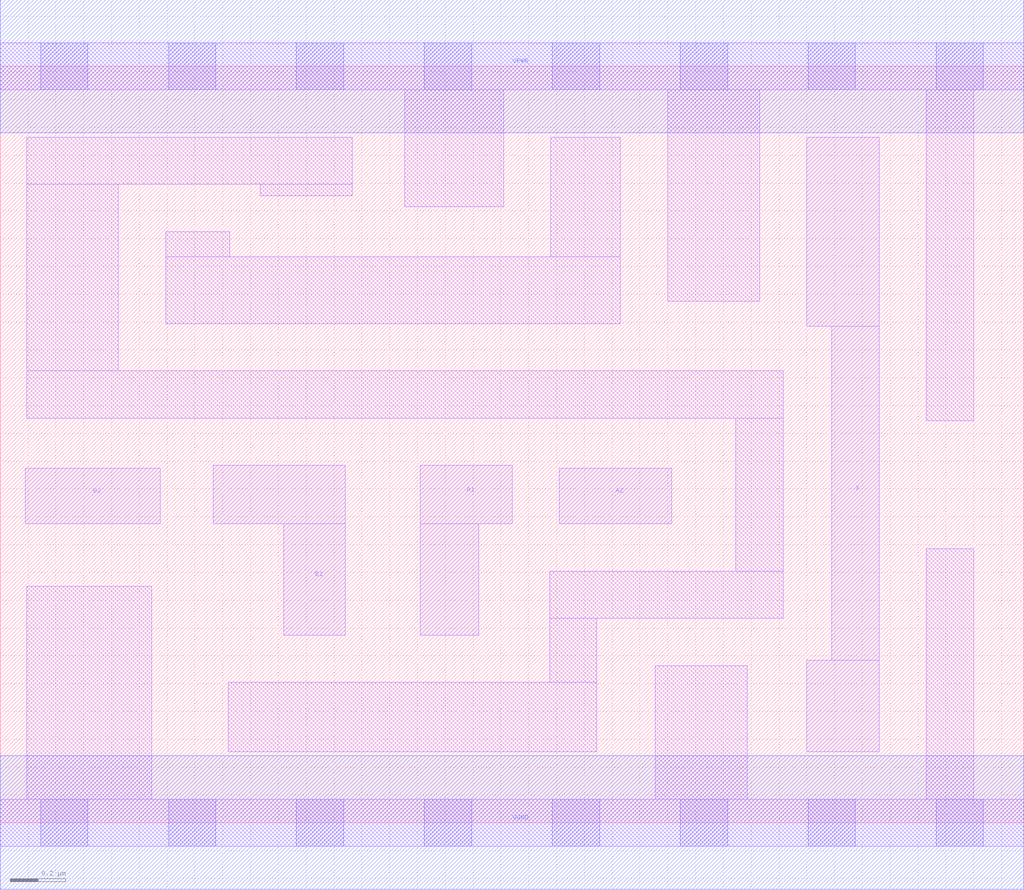
<source format=lef>
# Copyright 2020 The SkyWater PDK Authors
#
# Licensed under the Apache License, Version 2.0 (the "License");
# you may not use this file except in compliance with the License.
# You may obtain a copy of the License at
#
#     https://www.apache.org/licenses/LICENSE-2.0
#
# Unless required by applicable law or agreed to in writing, software
# distributed under the License is distributed on an "AS IS" BASIS,
# WITHOUT WARRANTIES OR CONDITIONS OF ANY KIND, either express or implied.
# See the License for the specific language governing permissions and
# limitations under the License.
#
# SPDX-License-Identifier: Apache-2.0

VERSION 5.7 ;
  NAMESCASESENSITIVE ON ;
  NOWIREEXTENSIONATPIN ON ;
  DIVIDERCHAR "/" ;
  BUSBITCHARS "[]" ;
UNITS
  DATABASE MICRONS 200 ;
END UNITS
MACRO sky130_fd_sc_hd__a22o_2
  CLASS CORE ;
  FOREIGN sky130_fd_sc_hd__a22o_2 ;
  ORIGIN  0.000000  0.000000 ;
  SIZE  3.680000 BY  2.720000 ;
  SYMMETRY X Y R90 ;
  SITE unithd ;
  PIN A1
    ANTENNAGATEAREA  0.247500 ;
    DIRECTION INPUT ;
    USE SIGNAL ;
    PORT
      LAYER li1 ;
        RECT 1.510000 0.675000 1.720000 1.075000 ;
        RECT 1.510000 1.075000 1.840000 1.285000 ;
    END
  END A1
  PIN A2
    ANTENNAGATEAREA  0.247500 ;
    DIRECTION INPUT ;
    USE SIGNAL ;
    PORT
      LAYER li1 ;
        RECT 2.010000 1.075000 2.415000 1.275000 ;
    END
  END A2
  PIN B1
    ANTENNAGATEAREA  0.247500 ;
    DIRECTION INPUT ;
    USE SIGNAL ;
    PORT
      LAYER li1 ;
        RECT 0.765000 1.075000 1.240000 1.285000 ;
        RECT 1.020000 0.675000 1.240000 1.075000 ;
    END
  END B1
  PIN B2
    ANTENNAGATEAREA  0.247500 ;
    DIRECTION INPUT ;
    USE SIGNAL ;
    PORT
      LAYER li1 ;
        RECT 0.090000 1.075000 0.575000 1.275000 ;
    END
  END B2
  PIN X
    ANTENNADIFFAREA  0.445500 ;
    DIRECTION OUTPUT ;
    USE SIGNAL ;
    PORT
      LAYER li1 ;
        RECT 2.900000 0.255000 3.160000 0.585000 ;
        RECT 2.900000 1.785000 3.160000 2.465000 ;
        RECT 2.990000 0.585000 3.160000 1.785000 ;
    END
  END X
  PIN VGND
    DIRECTION INOUT ;
    SHAPE ABUTMENT ;
    USE GROUND ;
    PORT
      LAYER met1 ;
        RECT 0.000000 -0.240000 3.680000 0.240000 ;
    END
  END VGND
  PIN VPWR
    DIRECTION INOUT ;
    SHAPE ABUTMENT ;
    USE POWER ;
    PORT
      LAYER met1 ;
        RECT 0.000000 2.480000 3.680000 2.960000 ;
    END
  END VPWR
  OBS
    LAYER li1 ;
      RECT 0.000000 -0.085000 3.680000 0.085000 ;
      RECT 0.000000  2.635000 3.680000 2.805000 ;
      RECT 0.095000  0.085000 0.545000 0.850000 ;
      RECT 0.095000  1.455000 2.815000 1.625000 ;
      RECT 0.095000  1.625000 0.425000 2.295000 ;
      RECT 0.095000  2.295000 1.265000 2.465000 ;
      RECT 0.595000  1.795000 2.230000 2.035000 ;
      RECT 0.595000  2.035000 0.825000 2.125000 ;
      RECT 0.820000  0.255000 2.145000 0.505000 ;
      RECT 0.935000  2.255000 1.265000 2.295000 ;
      RECT 1.455000  2.215000 1.810000 2.635000 ;
      RECT 1.975000  0.505000 2.145000 0.735000 ;
      RECT 1.975000  0.735000 2.815000 0.905000 ;
      RECT 1.980000  2.035000 2.230000 2.465000 ;
      RECT 2.355000  0.085000 2.685000 0.565000 ;
      RECT 2.400000  1.875000 2.730000 2.635000 ;
      RECT 2.645000  0.905000 2.815000 1.455000 ;
      RECT 3.330000  0.085000 3.500000 0.985000 ;
      RECT 3.330000  1.445000 3.500000 2.635000 ;
    LAYER mcon ;
      RECT 0.145000 -0.085000 0.315000 0.085000 ;
      RECT 0.145000  2.635000 0.315000 2.805000 ;
      RECT 0.605000 -0.085000 0.775000 0.085000 ;
      RECT 0.605000  2.635000 0.775000 2.805000 ;
      RECT 1.065000 -0.085000 1.235000 0.085000 ;
      RECT 1.065000  2.635000 1.235000 2.805000 ;
      RECT 1.525000 -0.085000 1.695000 0.085000 ;
      RECT 1.525000  2.635000 1.695000 2.805000 ;
      RECT 1.985000 -0.085000 2.155000 0.085000 ;
      RECT 1.985000  2.635000 2.155000 2.805000 ;
      RECT 2.445000 -0.085000 2.615000 0.085000 ;
      RECT 2.445000  2.635000 2.615000 2.805000 ;
      RECT 2.905000 -0.085000 3.075000 0.085000 ;
      RECT 2.905000  2.635000 3.075000 2.805000 ;
      RECT 3.365000 -0.085000 3.535000 0.085000 ;
      RECT 3.365000  2.635000 3.535000 2.805000 ;
  END
END sky130_fd_sc_hd__a22o_2
END LIBRARY

</source>
